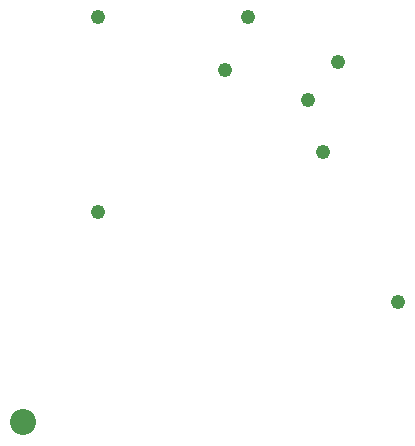
<source format=gbs>
G75*
%MOIN*%
%OFA0B0*%
%FSLAX25Y25*%
%IPPOS*%
%LPD*%
%AMOC8*
5,1,8,0,0,1.08239X$1,22.5*
%
%ADD10C,0.08674*%
%ADD11C,0.04762*%
D10*
X0016800Y0016800D03*
D11*
X0041800Y0086800D03*
X0084300Y0134300D03*
X0091800Y0151800D03*
X0111800Y0124300D03*
X0121800Y0136800D03*
X0116800Y0106800D03*
X0141800Y0056800D03*
X0041800Y0151800D03*
M02*

</source>
